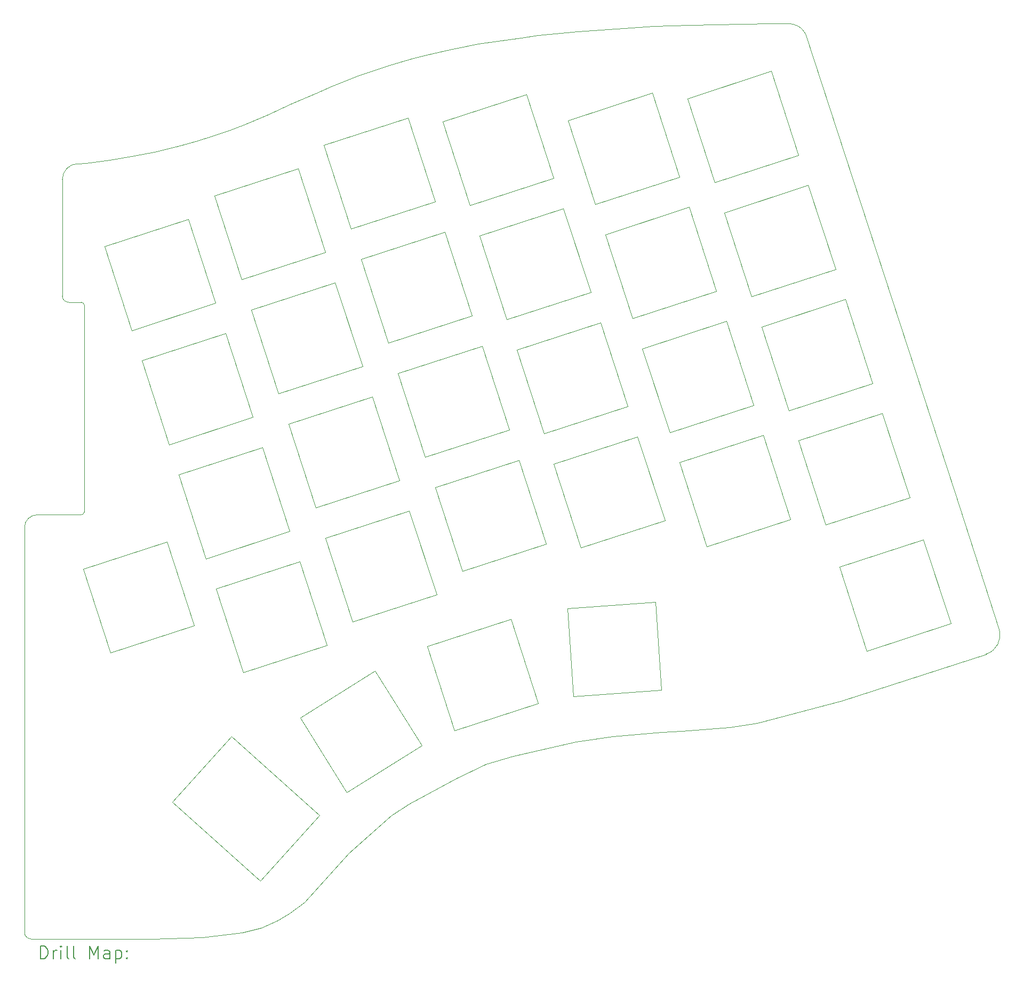
<source format=gbr>
%FSLAX45Y45*%
G04 Gerber Fmt 4.5, Leading zero omitted, Abs format (unit mm)*
G04 Created by KiCad (PCBNEW (6.0.2-0)) date 2022-03-11 16:48:06*
%MOMM*%
%LPD*%
G01*
G04 APERTURE LIST*
%TA.AperFunction,Profile*%
%ADD10C,0.050000*%
%TD*%
%TA.AperFunction,Profile*%
%ADD11C,0.099999*%
%TD*%
%TA.AperFunction,Profile*%
%ADD12C,0.100000*%
%TD*%
%ADD13C,0.200000*%
G04 APERTURE END LIST*
D10*
X15109809Y-16313346D02*
G75*
G03*
X15209809Y-16413346I100000J0D01*
G01*
X16009809Y-9680941D02*
X15309809Y-9680941D01*
X16009809Y-9680941D02*
G75*
G03*
X16059809Y-9630941I0J50000D01*
G01*
X16059809Y-6355941D02*
X16059809Y-9630941D01*
X16059809Y-6355941D02*
G75*
G03*
X16009809Y-6305941I-50000J0D01*
G01*
X15809809Y-6305941D02*
X16009809Y-6305941D01*
X15709809Y-6205941D02*
X15709809Y-4355941D01*
X15709809Y-6205941D02*
G75*
G03*
X15809809Y-6305941I100000J0D01*
G01*
X15109809Y-9880941D02*
X15109809Y-16313346D01*
X15309809Y-9680941D02*
G75*
G03*
X15109809Y-9880941I0J-200000D01*
G01*
X15959809Y-4105941D02*
G75*
G03*
X15709809Y-4355941I0J-250000D01*
G01*
X17458326Y-14240368D02*
X18395109Y-13199965D01*
X18852652Y-15495824D02*
X17458326Y-14240368D01*
X19789434Y-14455421D02*
X18852652Y-15495824D01*
X18395109Y-13199965D02*
X19789434Y-14455421D01*
X20226037Y-14086627D02*
X19484150Y-12899360D01*
X21413304Y-13344740D02*
X20226037Y-14086627D01*
X20671417Y-12157473D02*
X21413304Y-13344740D01*
X19484150Y-12899360D02*
X20671417Y-12157473D01*
X23823860Y-12561503D02*
X23726201Y-11164913D01*
X25220450Y-12463844D02*
X23823860Y-12561503D01*
X25122791Y-11067254D02*
X25220450Y-12463844D01*
X23726201Y-11164913D02*
X25122791Y-11067254D01*
X29812651Y-11408512D02*
X29380028Y-10077032D01*
X28048548Y-10509656D02*
X28481172Y-11841135D01*
X28481172Y-11841135D02*
X29812651Y-11408512D01*
X29380028Y-10077032D02*
X28048548Y-10509656D01*
X23262983Y-12671253D02*
X22830359Y-11339774D01*
X21498880Y-11772398D02*
X21931504Y-13103877D01*
X21931504Y-13103877D02*
X23262983Y-12671253D01*
X22830359Y-11339774D02*
X21498880Y-11772398D01*
X17803877Y-11437800D02*
X17371253Y-10106321D01*
X16039774Y-10538945D02*
X16472398Y-11870424D01*
X16472398Y-11870424D02*
X17803877Y-11437800D01*
X17371253Y-10106321D02*
X16039774Y-10538945D01*
X21471913Y-8763737D02*
X22803392Y-8331113D01*
X19909978Y-11755004D02*
X19477355Y-10423525D01*
X18145876Y-10856149D02*
X18578499Y-12187628D01*
X27829480Y-9836190D02*
X29160959Y-9403566D01*
X28728335Y-8072087D02*
X27396856Y-8504711D01*
X18578499Y-12187628D02*
X19909978Y-11755004D01*
X27396856Y-8504711D02*
X27829480Y-9836190D01*
X29160959Y-9403566D02*
X28728335Y-8072087D01*
X19477355Y-10423525D02*
X18145876Y-10856149D01*
X25274473Y-9771610D02*
X24841849Y-8440131D01*
X23510370Y-8872755D02*
X23942994Y-10204234D01*
X23942994Y-10204234D02*
X25274473Y-9771610D01*
X24841849Y-8440131D02*
X23510370Y-8872755D01*
X25939227Y-10183299D02*
X27270706Y-9750676D01*
X27270706Y-9750676D02*
X26838083Y-8419196D01*
X25506603Y-8851820D02*
X25939227Y-10183299D01*
X26838083Y-8419196D02*
X25506603Y-8851820D01*
X23392069Y-10142876D02*
X22959445Y-8811397D01*
X21627966Y-9244021D02*
X22060590Y-10575500D01*
X20319468Y-11381589D02*
X21650947Y-10948965D01*
X22060590Y-10575500D02*
X23392069Y-10142876D01*
X22959445Y-8811397D02*
X21627966Y-9244021D01*
X21650947Y-10948965D02*
X21218324Y-9617486D01*
X19886845Y-10050110D02*
X20319468Y-11381589D01*
X21218324Y-9617486D02*
X19886845Y-10050110D01*
X19321301Y-9943242D02*
X18888678Y-8611763D01*
X17557198Y-9044387D02*
X17989822Y-10375866D01*
X27240803Y-8024428D02*
X28572282Y-7591804D01*
X28139658Y-6260324D02*
X26808179Y-6692948D01*
X17989822Y-10375866D02*
X19321301Y-9943242D01*
X26808179Y-6692948D02*
X27240803Y-8024428D01*
X28572282Y-7591804D02*
X28139658Y-6260324D01*
X18888678Y-8611763D02*
X17557198Y-9044387D01*
X24685795Y-7959847D02*
X24253172Y-6628368D01*
X22921693Y-7060992D02*
X23354316Y-8392471D01*
X23354316Y-8392471D02*
X24685795Y-7959847D01*
X24253172Y-6628368D02*
X22921693Y-7060992D01*
X25350550Y-8371537D02*
X26682029Y-7938913D01*
X26682029Y-7938913D02*
X26249405Y-6607434D01*
X24917926Y-7040058D02*
X25350550Y-8371537D01*
X26249405Y-6607434D02*
X24917926Y-7040058D01*
X22803392Y-8331113D02*
X22370768Y-6999634D01*
X21039289Y-7432258D02*
X21471913Y-8763737D01*
X19730791Y-9569826D02*
X21062270Y-9137202D01*
X22370768Y-6999634D02*
X21039289Y-7432258D01*
X21062270Y-9137202D02*
X20629647Y-7805723D01*
X19298167Y-8238347D02*
X19730791Y-9569826D01*
X20629647Y-7805723D02*
X19298167Y-8238347D01*
X18732624Y-8131479D02*
X18300000Y-6799999D01*
X16968521Y-7232623D02*
X17401145Y-8564103D01*
X26652125Y-6212665D02*
X27983604Y-5780041D01*
X27550981Y-4448561D02*
X26219502Y-4881185D01*
X17401145Y-8564103D02*
X18732624Y-8131479D01*
X26219502Y-4881185D02*
X26652125Y-6212665D01*
X27983604Y-5780041D02*
X27550981Y-4448561D01*
X18300000Y-6799999D02*
X16968521Y-7232623D01*
X24097118Y-6148084D02*
X23664494Y-4816605D01*
X22333015Y-5249229D02*
X22765639Y-6580708D01*
X22765639Y-6580708D02*
X24097118Y-6148084D01*
X23664494Y-4816605D02*
X22333015Y-5249229D01*
X24761872Y-6559774D02*
X26093352Y-6127150D01*
X26093352Y-6127150D02*
X25660728Y-4795671D01*
X24329249Y-5228295D02*
X24761872Y-6559774D01*
X25660728Y-4795671D02*
X24329249Y-5228295D01*
X22214714Y-6519350D02*
X21782091Y-5187871D01*
X20450611Y-5620495D02*
X20883235Y-6951974D01*
X19142114Y-7758063D02*
X20473593Y-7325439D01*
X20883235Y-6951974D02*
X22214714Y-6519350D01*
X21782091Y-5187871D02*
X20450611Y-5620495D01*
X20473593Y-7325439D02*
X20040969Y-5993960D01*
X18709490Y-6426584D02*
X19142114Y-7758063D01*
X20040969Y-5993960D02*
X18709490Y-6426584D01*
X27394927Y-3968278D02*
X26962303Y-2636799D01*
X25630824Y-3069423D02*
X26063448Y-4400902D01*
X26063448Y-4400902D02*
X27394927Y-3968278D01*
X26962303Y-2636799D02*
X25630824Y-3069423D01*
X25504674Y-4315388D02*
X25072051Y-2983908D01*
X23740571Y-3416532D02*
X24173195Y-4748012D01*
X24173195Y-4748012D02*
X25504674Y-4315388D01*
X25072051Y-2983908D02*
X23740571Y-3416532D01*
X23508441Y-4336322D02*
X23075817Y-3004843D01*
X21744338Y-3437467D02*
X22176962Y-4768946D01*
X22176962Y-4768946D02*
X23508441Y-4336322D01*
X23075817Y-3004843D02*
X21744338Y-3437467D01*
X21626037Y-4707588D02*
X21193413Y-3376109D01*
X19861934Y-3808733D02*
X20294558Y-5140212D01*
X20294558Y-5140212D02*
X21626037Y-4707588D01*
X21193413Y-3376109D02*
X19861934Y-3808733D01*
X19884915Y-5513677D02*
X19452292Y-4182198D01*
X18120813Y-4614822D02*
X18553436Y-5946301D01*
X18553436Y-5946301D02*
X19884915Y-5513677D01*
X19452292Y-4182198D02*
X18120813Y-4614822D01*
X18143946Y-6319716D02*
X17711323Y-4988237D01*
X16812467Y-6752340D02*
X18143946Y-6319716D01*
X16379843Y-5420861D02*
X16812467Y-6752340D01*
X17711323Y-4988237D02*
X16379843Y-5420861D01*
D11*
X22318700Y-2205274D02*
X22621899Y-2156030D01*
X21284980Y-2433806D02*
X21561866Y-2360110D01*
X25091619Y-1925676D02*
X25675424Y-1904268D01*
X20192457Y-2791580D02*
X20405419Y-2707520D01*
X21902210Y-2284088D02*
X22318700Y-2205274D01*
X21561866Y-2360110D02*
X21902210Y-2284088D01*
X22621899Y-2156030D02*
X22988558Y-2104460D01*
X16084694Y-4098682D02*
X16464044Y-4046646D01*
D12*
X20258908Y-15051848D02*
X19552515Y-15830362D01*
D11*
X19130877Y-16117383D02*
X19328851Y-16000349D01*
X20405419Y-2707520D02*
X20907494Y-2536607D01*
D12*
X29900232Y-12047113D02*
X30372964Y-11893513D01*
D11*
X27313875Y-1889626D02*
X27354515Y-1904867D01*
X16855617Y-3981453D02*
X17171043Y-3919053D01*
D12*
X29871785Y-9314477D02*
X30580112Y-11494482D01*
D11*
X18591218Y-3485722D02*
X18954151Y-3332620D01*
X27481517Y-2006466D02*
X27501832Y-2036946D01*
X26983579Y-1881718D02*
X27252916Y-1879466D01*
X20258908Y-15051848D02*
X20563710Y-14780070D01*
D12*
X17115775Y-16413346D02*
X16226775Y-16413346D01*
D11*
X21973408Y-13858050D02*
X21219029Y-14266990D01*
X18561915Y-16312962D02*
X18866717Y-16236763D01*
X17171043Y-3919053D02*
X17548995Y-3828943D01*
X20934550Y-14449869D02*
X21219029Y-14266990D01*
D12*
X28088469Y-12635791D02*
X29900232Y-12047113D01*
X25542128Y-13111681D02*
X26300128Y-13055681D01*
D11*
X18089609Y-3669326D02*
X18365562Y-3570247D01*
D12*
X30372964Y-11893513D02*
G75*
G03*
X30580112Y-11494482I-92245J301170D01*
G01*
X17928575Y-16387946D02*
X17115775Y-16413346D01*
D11*
X27395155Y-1925186D02*
X27430717Y-1950586D01*
X20563710Y-14780070D02*
X20934550Y-14449869D01*
X22988558Y-2104460D02*
X23266840Y-2068838D01*
D12*
X16226775Y-16413346D02*
X15209809Y-16413346D01*
D11*
X27252916Y-1879466D02*
X27313875Y-1889626D01*
X23865709Y-13286550D02*
X22862471Y-13515415D01*
X19729387Y-2986480D02*
X19979494Y-2875641D01*
X23887325Y-2007960D02*
X24495586Y-1960239D01*
D12*
X26300128Y-13055681D02*
X26742269Y-12991390D01*
D11*
X19354228Y-3152739D02*
X19729387Y-2986480D01*
X17850798Y-3741625D02*
X18089609Y-3669326D01*
X24495586Y-1960239D02*
X25091619Y-1925676D01*
D12*
X27517076Y-2067426D02*
X29871785Y-9314477D01*
D11*
X16464044Y-4046646D02*
X16855617Y-3981453D01*
X17548995Y-3828943D02*
X17850798Y-3741625D01*
X27354515Y-1904867D02*
X27395155Y-1925186D01*
X18866717Y-16236763D02*
X19130877Y-16117383D01*
X15959809Y-4105941D02*
X16084694Y-4098682D01*
X20907494Y-2536607D02*
X21284980Y-2433806D01*
D12*
X26742269Y-12991390D02*
X28088469Y-12635791D01*
D11*
X18365562Y-3570247D02*
X18591218Y-3485722D01*
X27456114Y-1975987D02*
X27481517Y-2006466D01*
X19328851Y-16000349D02*
X19552515Y-15830362D01*
X23266840Y-2068838D02*
X23887325Y-2007960D01*
X18954151Y-3332620D02*
X19354228Y-3152739D01*
X25224611Y-13134150D02*
X24449928Y-13197881D01*
X24449928Y-13197881D02*
X23865709Y-13286550D01*
X26488143Y-1887176D02*
X26983579Y-1881718D01*
X25224611Y-13134150D02*
X25542128Y-13111681D01*
X21973408Y-13858050D02*
X22430610Y-13642150D01*
X27501832Y-2036946D02*
X27517076Y-2067426D01*
X19979494Y-2875641D02*
X20192457Y-2791580D01*
D12*
X18561915Y-16312962D02*
X17928575Y-16387946D01*
D11*
X22430610Y-13642150D02*
X22862471Y-13515415D01*
X25675424Y-1904268D02*
X26488143Y-1887176D01*
X27430717Y-1950586D02*
X27456114Y-1975987D01*
D13*
X15364928Y-16728822D02*
X15364928Y-16528822D01*
X15412547Y-16528822D01*
X15441118Y-16538346D01*
X15460166Y-16557394D01*
X15469689Y-16576441D01*
X15479213Y-16614537D01*
X15479213Y-16643108D01*
X15469689Y-16681203D01*
X15460166Y-16700251D01*
X15441118Y-16719298D01*
X15412547Y-16728822D01*
X15364928Y-16728822D01*
X15564928Y-16728822D02*
X15564928Y-16595489D01*
X15564928Y-16633584D02*
X15574451Y-16614537D01*
X15583975Y-16605013D01*
X15603023Y-16595489D01*
X15622070Y-16595489D01*
X15688737Y-16728822D02*
X15688737Y-16595489D01*
X15688737Y-16528822D02*
X15679213Y-16538346D01*
X15688737Y-16547870D01*
X15698261Y-16538346D01*
X15688737Y-16528822D01*
X15688737Y-16547870D01*
X15812547Y-16728822D02*
X15793499Y-16719298D01*
X15783975Y-16700251D01*
X15783975Y-16528822D01*
X15917309Y-16728822D02*
X15898261Y-16719298D01*
X15888737Y-16700251D01*
X15888737Y-16528822D01*
X16145880Y-16728822D02*
X16145880Y-16528822D01*
X16212547Y-16671679D01*
X16279213Y-16528822D01*
X16279213Y-16728822D01*
X16460166Y-16728822D02*
X16460166Y-16624060D01*
X16450642Y-16605013D01*
X16431594Y-16595489D01*
X16393499Y-16595489D01*
X16374451Y-16605013D01*
X16460166Y-16719298D02*
X16441118Y-16728822D01*
X16393499Y-16728822D01*
X16374451Y-16719298D01*
X16364928Y-16700251D01*
X16364928Y-16681203D01*
X16374451Y-16662156D01*
X16393499Y-16652632D01*
X16441118Y-16652632D01*
X16460166Y-16643108D01*
X16555404Y-16595489D02*
X16555404Y-16795489D01*
X16555404Y-16605013D02*
X16574451Y-16595489D01*
X16612547Y-16595489D01*
X16631594Y-16605013D01*
X16641118Y-16614537D01*
X16650642Y-16633584D01*
X16650642Y-16690727D01*
X16641118Y-16709775D01*
X16631594Y-16719298D01*
X16612547Y-16728822D01*
X16574451Y-16728822D01*
X16555404Y-16719298D01*
X16736356Y-16709775D02*
X16745880Y-16719298D01*
X16736356Y-16728822D01*
X16726832Y-16719298D01*
X16736356Y-16709775D01*
X16736356Y-16728822D01*
X16736356Y-16605013D02*
X16745880Y-16614537D01*
X16736356Y-16624060D01*
X16726832Y-16614537D01*
X16736356Y-16605013D01*
X16736356Y-16624060D01*
M02*

</source>
